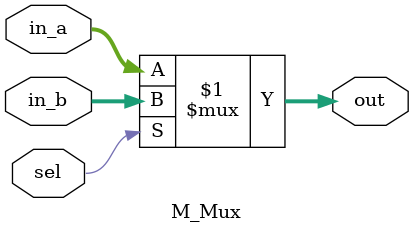
<source format=v>
module M_Mux #(
    parameter DATA_N = 8
) (
    input[DATA_N-1:0] in_a, in_b,
    input sel,
    output[DATA_N-1:0] out
);
    assign out = sel?in_b:in_a;
endmodule
</source>
